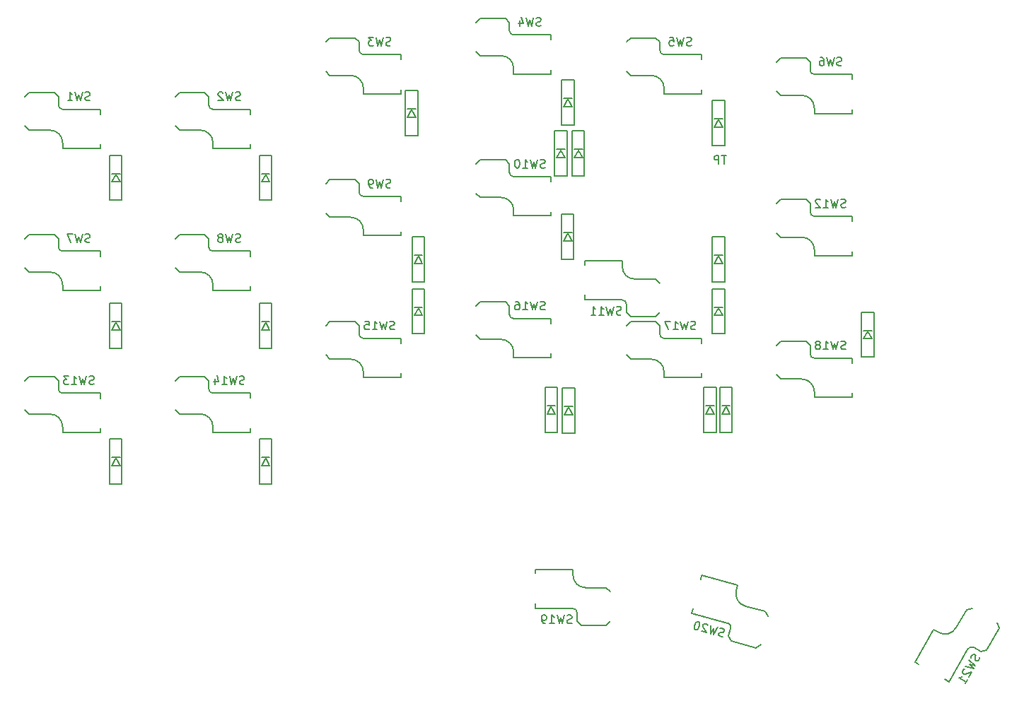
<source format=gbo>
G04 #@! TF.GenerationSoftware,KiCad,Pcbnew,(7.0.0-0)*
G04 #@! TF.CreationDate,2023-04-28T12:14:11+03:00*
G04 #@! TF.ProjectId,chococorne,63686f63-6f63-46f7-926e-652e6b696361,2.1*
G04 #@! TF.SameCoordinates,Original*
G04 #@! TF.FileFunction,Legend,Bot*
G04 #@! TF.FilePolarity,Positive*
%FSLAX46Y46*%
G04 Gerber Fmt 4.6, Leading zero omitted, Abs format (unit mm)*
G04 Created by KiCad (PCBNEW (7.0.0-0)) date 2023-04-28 12:14:11*
%MOMM*%
%LPD*%
G01*
G04 APERTURE LIST*
%ADD10C,0.150000*%
G04 APERTURE END LIST*
D10*
X32278332Y-79809761D02*
X32135475Y-79857380D01*
X32135475Y-79857380D02*
X31897380Y-79857380D01*
X31897380Y-79857380D02*
X31802142Y-79809761D01*
X31802142Y-79809761D02*
X31754523Y-79762142D01*
X31754523Y-79762142D02*
X31706904Y-79666904D01*
X31706904Y-79666904D02*
X31706904Y-79571666D01*
X31706904Y-79571666D02*
X31754523Y-79476428D01*
X31754523Y-79476428D02*
X31802142Y-79428809D01*
X31802142Y-79428809D02*
X31897380Y-79381190D01*
X31897380Y-79381190D02*
X32087856Y-79333571D01*
X32087856Y-79333571D02*
X32183094Y-79285952D01*
X32183094Y-79285952D02*
X32230713Y-79238333D01*
X32230713Y-79238333D02*
X32278332Y-79143095D01*
X32278332Y-79143095D02*
X32278332Y-79047857D01*
X32278332Y-79047857D02*
X32230713Y-78952619D01*
X32230713Y-78952619D02*
X32183094Y-78905000D01*
X32183094Y-78905000D02*
X32087856Y-78857380D01*
X32087856Y-78857380D02*
X31849761Y-78857380D01*
X31849761Y-78857380D02*
X31706904Y-78905000D01*
X31373570Y-78857380D02*
X31135475Y-79857380D01*
X31135475Y-79857380D02*
X30944999Y-79143095D01*
X30944999Y-79143095D02*
X30754523Y-79857380D01*
X30754523Y-79857380D02*
X30516428Y-78857380D01*
X30230713Y-78857380D02*
X29564047Y-78857380D01*
X29564047Y-78857380D02*
X29992618Y-79857380D01*
X108455713Y-69457380D02*
X107884285Y-69457380D01*
X108169999Y-70457380D02*
X108169999Y-69457380D01*
X107550951Y-70457380D02*
X107550951Y-69457380D01*
X107550951Y-69457380D02*
X107169999Y-69457380D01*
X107169999Y-69457380D02*
X107074761Y-69505000D01*
X107074761Y-69505000D02*
X107027142Y-69552619D01*
X107027142Y-69552619D02*
X106979523Y-69647857D01*
X106979523Y-69647857D02*
X106979523Y-69790714D01*
X106979523Y-69790714D02*
X107027142Y-69885952D01*
X107027142Y-69885952D02*
X107074761Y-69933571D01*
X107074761Y-69933571D02*
X107169999Y-69981190D01*
X107169999Y-69981190D02*
X107550951Y-69981190D01*
X122754523Y-75629761D02*
X122611666Y-75677380D01*
X122611666Y-75677380D02*
X122373571Y-75677380D01*
X122373571Y-75677380D02*
X122278333Y-75629761D01*
X122278333Y-75629761D02*
X122230714Y-75582142D01*
X122230714Y-75582142D02*
X122183095Y-75486904D01*
X122183095Y-75486904D02*
X122183095Y-75391666D01*
X122183095Y-75391666D02*
X122230714Y-75296428D01*
X122230714Y-75296428D02*
X122278333Y-75248809D01*
X122278333Y-75248809D02*
X122373571Y-75201190D01*
X122373571Y-75201190D02*
X122564047Y-75153571D01*
X122564047Y-75153571D02*
X122659285Y-75105952D01*
X122659285Y-75105952D02*
X122706904Y-75058333D01*
X122706904Y-75058333D02*
X122754523Y-74963095D01*
X122754523Y-74963095D02*
X122754523Y-74867857D01*
X122754523Y-74867857D02*
X122706904Y-74772619D01*
X122706904Y-74772619D02*
X122659285Y-74725000D01*
X122659285Y-74725000D02*
X122564047Y-74677380D01*
X122564047Y-74677380D02*
X122325952Y-74677380D01*
X122325952Y-74677380D02*
X122183095Y-74725000D01*
X121849761Y-74677380D02*
X121611666Y-75677380D01*
X121611666Y-75677380D02*
X121421190Y-74963095D01*
X121421190Y-74963095D02*
X121230714Y-75677380D01*
X121230714Y-75677380D02*
X120992619Y-74677380D01*
X120087857Y-75677380D02*
X120659285Y-75677380D01*
X120373571Y-75677380D02*
X120373571Y-74677380D01*
X120373571Y-74677380D02*
X120468809Y-74820238D01*
X120468809Y-74820238D02*
X120564047Y-74915476D01*
X120564047Y-74915476D02*
X120659285Y-74963095D01*
X119706904Y-74772619D02*
X119659285Y-74725000D01*
X119659285Y-74725000D02*
X119564047Y-74677380D01*
X119564047Y-74677380D02*
X119325952Y-74677380D01*
X119325952Y-74677380D02*
X119230714Y-74725000D01*
X119230714Y-74725000D02*
X119183095Y-74772619D01*
X119183095Y-74772619D02*
X119135476Y-74867857D01*
X119135476Y-74867857D02*
X119135476Y-74963095D01*
X119135476Y-74963095D02*
X119183095Y-75105952D01*
X119183095Y-75105952D02*
X119754523Y-75677380D01*
X119754523Y-75677380D02*
X119135476Y-75677380D01*
X68278332Y-73249761D02*
X68135475Y-73297380D01*
X68135475Y-73297380D02*
X67897380Y-73297380D01*
X67897380Y-73297380D02*
X67802142Y-73249761D01*
X67802142Y-73249761D02*
X67754523Y-73202142D01*
X67754523Y-73202142D02*
X67706904Y-73106904D01*
X67706904Y-73106904D02*
X67706904Y-73011666D01*
X67706904Y-73011666D02*
X67754523Y-72916428D01*
X67754523Y-72916428D02*
X67802142Y-72868809D01*
X67802142Y-72868809D02*
X67897380Y-72821190D01*
X67897380Y-72821190D02*
X68087856Y-72773571D01*
X68087856Y-72773571D02*
X68183094Y-72725952D01*
X68183094Y-72725952D02*
X68230713Y-72678333D01*
X68230713Y-72678333D02*
X68278332Y-72583095D01*
X68278332Y-72583095D02*
X68278332Y-72487857D01*
X68278332Y-72487857D02*
X68230713Y-72392619D01*
X68230713Y-72392619D02*
X68183094Y-72345000D01*
X68183094Y-72345000D02*
X68087856Y-72297380D01*
X68087856Y-72297380D02*
X67849761Y-72297380D01*
X67849761Y-72297380D02*
X67706904Y-72345000D01*
X67373570Y-72297380D02*
X67135475Y-73297380D01*
X67135475Y-73297380D02*
X66944999Y-72583095D01*
X66944999Y-72583095D02*
X66754523Y-73297380D01*
X66754523Y-73297380D02*
X66516428Y-72297380D01*
X66087856Y-73297380D02*
X65897380Y-73297380D01*
X65897380Y-73297380D02*
X65802142Y-73249761D01*
X65802142Y-73249761D02*
X65754523Y-73202142D01*
X65754523Y-73202142D02*
X65659285Y-73059285D01*
X65659285Y-73059285D02*
X65611666Y-72868809D01*
X65611666Y-72868809D02*
X65611666Y-72487857D01*
X65611666Y-72487857D02*
X65659285Y-72392619D01*
X65659285Y-72392619D02*
X65706904Y-72345000D01*
X65706904Y-72345000D02*
X65802142Y-72297380D01*
X65802142Y-72297380D02*
X65992618Y-72297380D01*
X65992618Y-72297380D02*
X66087856Y-72345000D01*
X66087856Y-72345000D02*
X66135475Y-72392619D01*
X66135475Y-72392619D02*
X66183094Y-72487857D01*
X66183094Y-72487857D02*
X66183094Y-72725952D01*
X66183094Y-72725952D02*
X66135475Y-72821190D01*
X66135475Y-72821190D02*
X66087856Y-72868809D01*
X66087856Y-72868809D02*
X65992618Y-72916428D01*
X65992618Y-72916428D02*
X65802142Y-72916428D01*
X65802142Y-72916428D02*
X65706904Y-72868809D01*
X65706904Y-72868809D02*
X65659285Y-72821190D01*
X65659285Y-72821190D02*
X65611666Y-72725952D01*
X50278332Y-79809761D02*
X50135475Y-79857380D01*
X50135475Y-79857380D02*
X49897380Y-79857380D01*
X49897380Y-79857380D02*
X49802142Y-79809761D01*
X49802142Y-79809761D02*
X49754523Y-79762142D01*
X49754523Y-79762142D02*
X49706904Y-79666904D01*
X49706904Y-79666904D02*
X49706904Y-79571666D01*
X49706904Y-79571666D02*
X49754523Y-79476428D01*
X49754523Y-79476428D02*
X49802142Y-79428809D01*
X49802142Y-79428809D02*
X49897380Y-79381190D01*
X49897380Y-79381190D02*
X50087856Y-79333571D01*
X50087856Y-79333571D02*
X50183094Y-79285952D01*
X50183094Y-79285952D02*
X50230713Y-79238333D01*
X50230713Y-79238333D02*
X50278332Y-79143095D01*
X50278332Y-79143095D02*
X50278332Y-79047857D01*
X50278332Y-79047857D02*
X50230713Y-78952619D01*
X50230713Y-78952619D02*
X50183094Y-78905000D01*
X50183094Y-78905000D02*
X50087856Y-78857380D01*
X50087856Y-78857380D02*
X49849761Y-78857380D01*
X49849761Y-78857380D02*
X49706904Y-78905000D01*
X49373570Y-78857380D02*
X49135475Y-79857380D01*
X49135475Y-79857380D02*
X48944999Y-79143095D01*
X48944999Y-79143095D02*
X48754523Y-79857380D01*
X48754523Y-79857380D02*
X48516428Y-78857380D01*
X47992618Y-79285952D02*
X48087856Y-79238333D01*
X48087856Y-79238333D02*
X48135475Y-79190714D01*
X48135475Y-79190714D02*
X48183094Y-79095476D01*
X48183094Y-79095476D02*
X48183094Y-79047857D01*
X48183094Y-79047857D02*
X48135475Y-78952619D01*
X48135475Y-78952619D02*
X48087856Y-78905000D01*
X48087856Y-78905000D02*
X47992618Y-78857380D01*
X47992618Y-78857380D02*
X47802142Y-78857380D01*
X47802142Y-78857380D02*
X47706904Y-78905000D01*
X47706904Y-78905000D02*
X47659285Y-78952619D01*
X47659285Y-78952619D02*
X47611666Y-79047857D01*
X47611666Y-79047857D02*
X47611666Y-79095476D01*
X47611666Y-79095476D02*
X47659285Y-79190714D01*
X47659285Y-79190714D02*
X47706904Y-79238333D01*
X47706904Y-79238333D02*
X47802142Y-79285952D01*
X47802142Y-79285952D02*
X47992618Y-79285952D01*
X47992618Y-79285952D02*
X48087856Y-79333571D01*
X48087856Y-79333571D02*
X48135475Y-79381190D01*
X48135475Y-79381190D02*
X48183094Y-79476428D01*
X48183094Y-79476428D02*
X48183094Y-79666904D01*
X48183094Y-79666904D02*
X48135475Y-79762142D01*
X48135475Y-79762142D02*
X48087856Y-79809761D01*
X48087856Y-79809761D02*
X47992618Y-79857380D01*
X47992618Y-79857380D02*
X47802142Y-79857380D01*
X47802142Y-79857380D02*
X47706904Y-79809761D01*
X47706904Y-79809761D02*
X47659285Y-79762142D01*
X47659285Y-79762142D02*
X47611666Y-79666904D01*
X47611666Y-79666904D02*
X47611666Y-79476428D01*
X47611666Y-79476428D02*
X47659285Y-79381190D01*
X47659285Y-79381190D02*
X47706904Y-79333571D01*
X47706904Y-79333571D02*
X47802142Y-79285952D01*
X95864523Y-88489761D02*
X95721666Y-88537380D01*
X95721666Y-88537380D02*
X95483571Y-88537380D01*
X95483571Y-88537380D02*
X95388333Y-88489761D01*
X95388333Y-88489761D02*
X95340714Y-88442142D01*
X95340714Y-88442142D02*
X95293095Y-88346904D01*
X95293095Y-88346904D02*
X95293095Y-88251666D01*
X95293095Y-88251666D02*
X95340714Y-88156428D01*
X95340714Y-88156428D02*
X95388333Y-88108809D01*
X95388333Y-88108809D02*
X95483571Y-88061190D01*
X95483571Y-88061190D02*
X95674047Y-88013571D01*
X95674047Y-88013571D02*
X95769285Y-87965952D01*
X95769285Y-87965952D02*
X95816904Y-87918333D01*
X95816904Y-87918333D02*
X95864523Y-87823095D01*
X95864523Y-87823095D02*
X95864523Y-87727857D01*
X95864523Y-87727857D02*
X95816904Y-87632619D01*
X95816904Y-87632619D02*
X95769285Y-87585000D01*
X95769285Y-87585000D02*
X95674047Y-87537380D01*
X95674047Y-87537380D02*
X95435952Y-87537380D01*
X95435952Y-87537380D02*
X95293095Y-87585000D01*
X94959761Y-87537380D02*
X94721666Y-88537380D01*
X94721666Y-88537380D02*
X94531190Y-87823095D01*
X94531190Y-87823095D02*
X94340714Y-88537380D01*
X94340714Y-88537380D02*
X94102619Y-87537380D01*
X93197857Y-88537380D02*
X93769285Y-88537380D01*
X93483571Y-88537380D02*
X93483571Y-87537380D01*
X93483571Y-87537380D02*
X93578809Y-87680238D01*
X93578809Y-87680238D02*
X93674047Y-87775476D01*
X93674047Y-87775476D02*
X93769285Y-87823095D01*
X92245476Y-88537380D02*
X92816904Y-88537380D01*
X92531190Y-88537380D02*
X92531190Y-87537380D01*
X92531190Y-87537380D02*
X92626428Y-87680238D01*
X92626428Y-87680238D02*
X92721666Y-87775476D01*
X92721666Y-87775476D02*
X92816904Y-87823095D01*
X108049364Y-127097109D02*
X107899050Y-127106131D01*
X107899050Y-127106131D02*
X107669067Y-127044508D01*
X107669067Y-127044508D02*
X107589399Y-126973862D01*
X107589399Y-126973862D02*
X107555727Y-126915541D01*
X107555727Y-126915541D02*
X107534380Y-126811223D01*
X107534380Y-126811223D02*
X107559030Y-126719230D01*
X107559030Y-126719230D02*
X107629676Y-126639562D01*
X107629676Y-126639562D02*
X107687997Y-126605890D01*
X107687997Y-126605890D02*
X107792315Y-126584543D01*
X107792315Y-126584543D02*
X107988625Y-126587845D01*
X107988625Y-126587845D02*
X108092943Y-126566498D01*
X108092943Y-126566498D02*
X108151264Y-126532827D01*
X108151264Y-126532827D02*
X108221910Y-126453158D01*
X108221910Y-126453158D02*
X108246559Y-126361166D01*
X108246559Y-126361166D02*
X108225212Y-126256848D01*
X108225212Y-126256848D02*
X108191540Y-126198527D01*
X108191540Y-126198527D02*
X108111872Y-126127881D01*
X108111872Y-126127881D02*
X107881890Y-126066257D01*
X107881890Y-126066257D02*
X107731576Y-126075280D01*
X107421925Y-125943010D02*
X106933124Y-126847312D01*
X106933124Y-126847312D02*
X106934009Y-126108066D01*
X106934009Y-126108066D02*
X106565152Y-126748715D01*
X106565152Y-126748715D02*
X106593989Y-125721165D01*
X106247364Y-125726885D02*
X106213692Y-125668564D01*
X106213692Y-125668564D02*
X106134024Y-125597918D01*
X106134024Y-125597918D02*
X105904042Y-125536294D01*
X105904042Y-125536294D02*
X105799724Y-125557641D01*
X105799724Y-125557641D02*
X105741403Y-125591313D01*
X105741403Y-125591313D02*
X105670757Y-125670981D01*
X105670757Y-125670981D02*
X105646108Y-125762974D01*
X105646108Y-125762974D02*
X105655130Y-125913288D01*
X105655130Y-125913288D02*
X106059191Y-126613143D01*
X106059191Y-126613143D02*
X105461237Y-126452921D01*
X105122102Y-125326774D02*
X105030109Y-125302125D01*
X105030109Y-125302125D02*
X104925791Y-125323472D01*
X104925791Y-125323472D02*
X104867470Y-125357144D01*
X104867470Y-125357144D02*
X104796824Y-125436812D01*
X104796824Y-125436812D02*
X104701529Y-125608473D01*
X104701529Y-125608473D02*
X104639905Y-125838455D01*
X104639905Y-125838455D02*
X104636603Y-126034766D01*
X104636603Y-126034766D02*
X104657950Y-126139084D01*
X104657950Y-126139084D02*
X104691622Y-126197405D01*
X104691622Y-126197405D02*
X104771290Y-126268051D01*
X104771290Y-126268051D02*
X104863283Y-126292700D01*
X104863283Y-126292700D02*
X104967601Y-126271353D01*
X104967601Y-126271353D02*
X105025922Y-126237681D01*
X105025922Y-126237681D02*
X105096568Y-126158013D01*
X105096568Y-126158013D02*
X105191863Y-125986352D01*
X105191863Y-125986352D02*
X105253487Y-125756370D01*
X105253487Y-125756370D02*
X105256789Y-125560059D01*
X105256789Y-125560059D02*
X105235442Y-125455741D01*
X105235442Y-125455741D02*
X105201770Y-125397420D01*
X105201770Y-125397420D02*
X105122102Y-125326774D01*
X32754523Y-96829761D02*
X32611666Y-96877380D01*
X32611666Y-96877380D02*
X32373571Y-96877380D01*
X32373571Y-96877380D02*
X32278333Y-96829761D01*
X32278333Y-96829761D02*
X32230714Y-96782142D01*
X32230714Y-96782142D02*
X32183095Y-96686904D01*
X32183095Y-96686904D02*
X32183095Y-96591666D01*
X32183095Y-96591666D02*
X32230714Y-96496428D01*
X32230714Y-96496428D02*
X32278333Y-96448809D01*
X32278333Y-96448809D02*
X32373571Y-96401190D01*
X32373571Y-96401190D02*
X32564047Y-96353571D01*
X32564047Y-96353571D02*
X32659285Y-96305952D01*
X32659285Y-96305952D02*
X32706904Y-96258333D01*
X32706904Y-96258333D02*
X32754523Y-96163095D01*
X32754523Y-96163095D02*
X32754523Y-96067857D01*
X32754523Y-96067857D02*
X32706904Y-95972619D01*
X32706904Y-95972619D02*
X32659285Y-95925000D01*
X32659285Y-95925000D02*
X32564047Y-95877380D01*
X32564047Y-95877380D02*
X32325952Y-95877380D01*
X32325952Y-95877380D02*
X32183095Y-95925000D01*
X31849761Y-95877380D02*
X31611666Y-96877380D01*
X31611666Y-96877380D02*
X31421190Y-96163095D01*
X31421190Y-96163095D02*
X31230714Y-96877380D01*
X31230714Y-96877380D02*
X30992619Y-95877380D01*
X30087857Y-96877380D02*
X30659285Y-96877380D01*
X30373571Y-96877380D02*
X30373571Y-95877380D01*
X30373571Y-95877380D02*
X30468809Y-96020238D01*
X30468809Y-96020238D02*
X30564047Y-96115476D01*
X30564047Y-96115476D02*
X30659285Y-96163095D01*
X29754523Y-95877380D02*
X29135476Y-95877380D01*
X29135476Y-95877380D02*
X29468809Y-96258333D01*
X29468809Y-96258333D02*
X29325952Y-96258333D01*
X29325952Y-96258333D02*
X29230714Y-96305952D01*
X29230714Y-96305952D02*
X29183095Y-96353571D01*
X29183095Y-96353571D02*
X29135476Y-96448809D01*
X29135476Y-96448809D02*
X29135476Y-96686904D01*
X29135476Y-96686904D02*
X29183095Y-96782142D01*
X29183095Y-96782142D02*
X29230714Y-96829761D01*
X29230714Y-96829761D02*
X29325952Y-96877380D01*
X29325952Y-96877380D02*
X29611666Y-96877380D01*
X29611666Y-96877380D02*
X29706904Y-96829761D01*
X29706904Y-96829761D02*
X29754523Y-96782142D01*
X50278332Y-62809761D02*
X50135475Y-62857380D01*
X50135475Y-62857380D02*
X49897380Y-62857380D01*
X49897380Y-62857380D02*
X49802142Y-62809761D01*
X49802142Y-62809761D02*
X49754523Y-62762142D01*
X49754523Y-62762142D02*
X49706904Y-62666904D01*
X49706904Y-62666904D02*
X49706904Y-62571666D01*
X49706904Y-62571666D02*
X49754523Y-62476428D01*
X49754523Y-62476428D02*
X49802142Y-62428809D01*
X49802142Y-62428809D02*
X49897380Y-62381190D01*
X49897380Y-62381190D02*
X50087856Y-62333571D01*
X50087856Y-62333571D02*
X50183094Y-62285952D01*
X50183094Y-62285952D02*
X50230713Y-62238333D01*
X50230713Y-62238333D02*
X50278332Y-62143095D01*
X50278332Y-62143095D02*
X50278332Y-62047857D01*
X50278332Y-62047857D02*
X50230713Y-61952619D01*
X50230713Y-61952619D02*
X50183094Y-61905000D01*
X50183094Y-61905000D02*
X50087856Y-61857380D01*
X50087856Y-61857380D02*
X49849761Y-61857380D01*
X49849761Y-61857380D02*
X49706904Y-61905000D01*
X49373570Y-61857380D02*
X49135475Y-62857380D01*
X49135475Y-62857380D02*
X48944999Y-62143095D01*
X48944999Y-62143095D02*
X48754523Y-62857380D01*
X48754523Y-62857380D02*
X48516428Y-61857380D01*
X48183094Y-61952619D02*
X48135475Y-61905000D01*
X48135475Y-61905000D02*
X48040237Y-61857380D01*
X48040237Y-61857380D02*
X47802142Y-61857380D01*
X47802142Y-61857380D02*
X47706904Y-61905000D01*
X47706904Y-61905000D02*
X47659285Y-61952619D01*
X47659285Y-61952619D02*
X47611666Y-62047857D01*
X47611666Y-62047857D02*
X47611666Y-62143095D01*
X47611666Y-62143095D02*
X47659285Y-62285952D01*
X47659285Y-62285952D02*
X48230713Y-62857380D01*
X48230713Y-62857380D02*
X47611666Y-62857380D01*
X86278332Y-53889761D02*
X86135475Y-53937380D01*
X86135475Y-53937380D02*
X85897380Y-53937380D01*
X85897380Y-53937380D02*
X85802142Y-53889761D01*
X85802142Y-53889761D02*
X85754523Y-53842142D01*
X85754523Y-53842142D02*
X85706904Y-53746904D01*
X85706904Y-53746904D02*
X85706904Y-53651666D01*
X85706904Y-53651666D02*
X85754523Y-53556428D01*
X85754523Y-53556428D02*
X85802142Y-53508809D01*
X85802142Y-53508809D02*
X85897380Y-53461190D01*
X85897380Y-53461190D02*
X86087856Y-53413571D01*
X86087856Y-53413571D02*
X86183094Y-53365952D01*
X86183094Y-53365952D02*
X86230713Y-53318333D01*
X86230713Y-53318333D02*
X86278332Y-53223095D01*
X86278332Y-53223095D02*
X86278332Y-53127857D01*
X86278332Y-53127857D02*
X86230713Y-53032619D01*
X86230713Y-53032619D02*
X86183094Y-52985000D01*
X86183094Y-52985000D02*
X86087856Y-52937380D01*
X86087856Y-52937380D02*
X85849761Y-52937380D01*
X85849761Y-52937380D02*
X85706904Y-52985000D01*
X85373570Y-52937380D02*
X85135475Y-53937380D01*
X85135475Y-53937380D02*
X84944999Y-53223095D01*
X84944999Y-53223095D02*
X84754523Y-53937380D01*
X84754523Y-53937380D02*
X84516428Y-52937380D01*
X83706904Y-53270714D02*
X83706904Y-53937380D01*
X83944999Y-52889761D02*
X84183094Y-53604047D01*
X84183094Y-53604047D02*
X83564047Y-53604047D01*
X68278332Y-56249761D02*
X68135475Y-56297380D01*
X68135475Y-56297380D02*
X67897380Y-56297380D01*
X67897380Y-56297380D02*
X67802142Y-56249761D01*
X67802142Y-56249761D02*
X67754523Y-56202142D01*
X67754523Y-56202142D02*
X67706904Y-56106904D01*
X67706904Y-56106904D02*
X67706904Y-56011666D01*
X67706904Y-56011666D02*
X67754523Y-55916428D01*
X67754523Y-55916428D02*
X67802142Y-55868809D01*
X67802142Y-55868809D02*
X67897380Y-55821190D01*
X67897380Y-55821190D02*
X68087856Y-55773571D01*
X68087856Y-55773571D02*
X68183094Y-55725952D01*
X68183094Y-55725952D02*
X68230713Y-55678333D01*
X68230713Y-55678333D02*
X68278332Y-55583095D01*
X68278332Y-55583095D02*
X68278332Y-55487857D01*
X68278332Y-55487857D02*
X68230713Y-55392619D01*
X68230713Y-55392619D02*
X68183094Y-55345000D01*
X68183094Y-55345000D02*
X68087856Y-55297380D01*
X68087856Y-55297380D02*
X67849761Y-55297380D01*
X67849761Y-55297380D02*
X67706904Y-55345000D01*
X67373570Y-55297380D02*
X67135475Y-56297380D01*
X67135475Y-56297380D02*
X66944999Y-55583095D01*
X66944999Y-55583095D02*
X66754523Y-56297380D01*
X66754523Y-56297380D02*
X66516428Y-55297380D01*
X66230713Y-55297380D02*
X65611666Y-55297380D01*
X65611666Y-55297380D02*
X65944999Y-55678333D01*
X65944999Y-55678333D02*
X65802142Y-55678333D01*
X65802142Y-55678333D02*
X65706904Y-55725952D01*
X65706904Y-55725952D02*
X65659285Y-55773571D01*
X65659285Y-55773571D02*
X65611666Y-55868809D01*
X65611666Y-55868809D02*
X65611666Y-56106904D01*
X65611666Y-56106904D02*
X65659285Y-56202142D01*
X65659285Y-56202142D02*
X65706904Y-56249761D01*
X65706904Y-56249761D02*
X65802142Y-56297380D01*
X65802142Y-56297380D02*
X66087856Y-56297380D01*
X66087856Y-56297380D02*
X66183094Y-56249761D01*
X66183094Y-56249761D02*
X66230713Y-56202142D01*
X122278332Y-58629761D02*
X122135475Y-58677380D01*
X122135475Y-58677380D02*
X121897380Y-58677380D01*
X121897380Y-58677380D02*
X121802142Y-58629761D01*
X121802142Y-58629761D02*
X121754523Y-58582142D01*
X121754523Y-58582142D02*
X121706904Y-58486904D01*
X121706904Y-58486904D02*
X121706904Y-58391666D01*
X121706904Y-58391666D02*
X121754523Y-58296428D01*
X121754523Y-58296428D02*
X121802142Y-58248809D01*
X121802142Y-58248809D02*
X121897380Y-58201190D01*
X121897380Y-58201190D02*
X122087856Y-58153571D01*
X122087856Y-58153571D02*
X122183094Y-58105952D01*
X122183094Y-58105952D02*
X122230713Y-58058333D01*
X122230713Y-58058333D02*
X122278332Y-57963095D01*
X122278332Y-57963095D02*
X122278332Y-57867857D01*
X122278332Y-57867857D02*
X122230713Y-57772619D01*
X122230713Y-57772619D02*
X122183094Y-57725000D01*
X122183094Y-57725000D02*
X122087856Y-57677380D01*
X122087856Y-57677380D02*
X121849761Y-57677380D01*
X121849761Y-57677380D02*
X121706904Y-57725000D01*
X121373570Y-57677380D02*
X121135475Y-58677380D01*
X121135475Y-58677380D02*
X120944999Y-57963095D01*
X120944999Y-57963095D02*
X120754523Y-58677380D01*
X120754523Y-58677380D02*
X120516428Y-57677380D01*
X119706904Y-57677380D02*
X119897380Y-57677380D01*
X119897380Y-57677380D02*
X119992618Y-57725000D01*
X119992618Y-57725000D02*
X120040237Y-57772619D01*
X120040237Y-57772619D02*
X120135475Y-57915476D01*
X120135475Y-57915476D02*
X120183094Y-58105952D01*
X120183094Y-58105952D02*
X120183094Y-58486904D01*
X120183094Y-58486904D02*
X120135475Y-58582142D01*
X120135475Y-58582142D02*
X120087856Y-58629761D01*
X120087856Y-58629761D02*
X119992618Y-58677380D01*
X119992618Y-58677380D02*
X119802142Y-58677380D01*
X119802142Y-58677380D02*
X119706904Y-58629761D01*
X119706904Y-58629761D02*
X119659285Y-58582142D01*
X119659285Y-58582142D02*
X119611666Y-58486904D01*
X119611666Y-58486904D02*
X119611666Y-58248809D01*
X119611666Y-58248809D02*
X119659285Y-58153571D01*
X119659285Y-58153571D02*
X119706904Y-58105952D01*
X119706904Y-58105952D02*
X119802142Y-58058333D01*
X119802142Y-58058333D02*
X119992618Y-58058333D01*
X119992618Y-58058333D02*
X120087856Y-58105952D01*
X120087856Y-58105952D02*
X120135475Y-58153571D01*
X120135475Y-58153571D02*
X120183094Y-58248809D01*
X104278332Y-56249761D02*
X104135475Y-56297380D01*
X104135475Y-56297380D02*
X103897380Y-56297380D01*
X103897380Y-56297380D02*
X103802142Y-56249761D01*
X103802142Y-56249761D02*
X103754523Y-56202142D01*
X103754523Y-56202142D02*
X103706904Y-56106904D01*
X103706904Y-56106904D02*
X103706904Y-56011666D01*
X103706904Y-56011666D02*
X103754523Y-55916428D01*
X103754523Y-55916428D02*
X103802142Y-55868809D01*
X103802142Y-55868809D02*
X103897380Y-55821190D01*
X103897380Y-55821190D02*
X104087856Y-55773571D01*
X104087856Y-55773571D02*
X104183094Y-55725952D01*
X104183094Y-55725952D02*
X104230713Y-55678333D01*
X104230713Y-55678333D02*
X104278332Y-55583095D01*
X104278332Y-55583095D02*
X104278332Y-55487857D01*
X104278332Y-55487857D02*
X104230713Y-55392619D01*
X104230713Y-55392619D02*
X104183094Y-55345000D01*
X104183094Y-55345000D02*
X104087856Y-55297380D01*
X104087856Y-55297380D02*
X103849761Y-55297380D01*
X103849761Y-55297380D02*
X103706904Y-55345000D01*
X103373570Y-55297380D02*
X103135475Y-56297380D01*
X103135475Y-56297380D02*
X102944999Y-55583095D01*
X102944999Y-55583095D02*
X102754523Y-56297380D01*
X102754523Y-56297380D02*
X102516428Y-55297380D01*
X101659285Y-55297380D02*
X102135475Y-55297380D01*
X102135475Y-55297380D02*
X102183094Y-55773571D01*
X102183094Y-55773571D02*
X102135475Y-55725952D01*
X102135475Y-55725952D02*
X102040237Y-55678333D01*
X102040237Y-55678333D02*
X101802142Y-55678333D01*
X101802142Y-55678333D02*
X101706904Y-55725952D01*
X101706904Y-55725952D02*
X101659285Y-55773571D01*
X101659285Y-55773571D02*
X101611666Y-55868809D01*
X101611666Y-55868809D02*
X101611666Y-56106904D01*
X101611666Y-56106904D02*
X101659285Y-56202142D01*
X101659285Y-56202142D02*
X101706904Y-56249761D01*
X101706904Y-56249761D02*
X101802142Y-56297380D01*
X101802142Y-56297380D02*
X102040237Y-56297380D01*
X102040237Y-56297380D02*
X102135475Y-56249761D01*
X102135475Y-56249761D02*
X102183094Y-56202142D01*
X86754523Y-87879761D02*
X86611666Y-87927380D01*
X86611666Y-87927380D02*
X86373571Y-87927380D01*
X86373571Y-87927380D02*
X86278333Y-87879761D01*
X86278333Y-87879761D02*
X86230714Y-87832142D01*
X86230714Y-87832142D02*
X86183095Y-87736904D01*
X86183095Y-87736904D02*
X86183095Y-87641666D01*
X86183095Y-87641666D02*
X86230714Y-87546428D01*
X86230714Y-87546428D02*
X86278333Y-87498809D01*
X86278333Y-87498809D02*
X86373571Y-87451190D01*
X86373571Y-87451190D02*
X86564047Y-87403571D01*
X86564047Y-87403571D02*
X86659285Y-87355952D01*
X86659285Y-87355952D02*
X86706904Y-87308333D01*
X86706904Y-87308333D02*
X86754523Y-87213095D01*
X86754523Y-87213095D02*
X86754523Y-87117857D01*
X86754523Y-87117857D02*
X86706904Y-87022619D01*
X86706904Y-87022619D02*
X86659285Y-86975000D01*
X86659285Y-86975000D02*
X86564047Y-86927380D01*
X86564047Y-86927380D02*
X86325952Y-86927380D01*
X86325952Y-86927380D02*
X86183095Y-86975000D01*
X85849761Y-86927380D02*
X85611666Y-87927380D01*
X85611666Y-87927380D02*
X85421190Y-87213095D01*
X85421190Y-87213095D02*
X85230714Y-87927380D01*
X85230714Y-87927380D02*
X84992619Y-86927380D01*
X84087857Y-87927380D02*
X84659285Y-87927380D01*
X84373571Y-87927380D02*
X84373571Y-86927380D01*
X84373571Y-86927380D02*
X84468809Y-87070238D01*
X84468809Y-87070238D02*
X84564047Y-87165476D01*
X84564047Y-87165476D02*
X84659285Y-87213095D01*
X83230714Y-86927380D02*
X83421190Y-86927380D01*
X83421190Y-86927380D02*
X83516428Y-86975000D01*
X83516428Y-86975000D02*
X83564047Y-87022619D01*
X83564047Y-87022619D02*
X83659285Y-87165476D01*
X83659285Y-87165476D02*
X83706904Y-87355952D01*
X83706904Y-87355952D02*
X83706904Y-87736904D01*
X83706904Y-87736904D02*
X83659285Y-87832142D01*
X83659285Y-87832142D02*
X83611666Y-87879761D01*
X83611666Y-87879761D02*
X83516428Y-87927380D01*
X83516428Y-87927380D02*
X83325952Y-87927380D01*
X83325952Y-87927380D02*
X83230714Y-87879761D01*
X83230714Y-87879761D02*
X83183095Y-87832142D01*
X83183095Y-87832142D02*
X83135476Y-87736904D01*
X83135476Y-87736904D02*
X83135476Y-87498809D01*
X83135476Y-87498809D02*
X83183095Y-87403571D01*
X83183095Y-87403571D02*
X83230714Y-87355952D01*
X83230714Y-87355952D02*
X83325952Y-87308333D01*
X83325952Y-87308333D02*
X83516428Y-87308333D01*
X83516428Y-87308333D02*
X83611666Y-87355952D01*
X83611666Y-87355952D02*
X83659285Y-87403571D01*
X83659285Y-87403571D02*
X83706904Y-87498809D01*
X86754523Y-70879761D02*
X86611666Y-70927380D01*
X86611666Y-70927380D02*
X86373571Y-70927380D01*
X86373571Y-70927380D02*
X86278333Y-70879761D01*
X86278333Y-70879761D02*
X86230714Y-70832142D01*
X86230714Y-70832142D02*
X86183095Y-70736904D01*
X86183095Y-70736904D02*
X86183095Y-70641666D01*
X86183095Y-70641666D02*
X86230714Y-70546428D01*
X86230714Y-70546428D02*
X86278333Y-70498809D01*
X86278333Y-70498809D02*
X86373571Y-70451190D01*
X86373571Y-70451190D02*
X86564047Y-70403571D01*
X86564047Y-70403571D02*
X86659285Y-70355952D01*
X86659285Y-70355952D02*
X86706904Y-70308333D01*
X86706904Y-70308333D02*
X86754523Y-70213095D01*
X86754523Y-70213095D02*
X86754523Y-70117857D01*
X86754523Y-70117857D02*
X86706904Y-70022619D01*
X86706904Y-70022619D02*
X86659285Y-69975000D01*
X86659285Y-69975000D02*
X86564047Y-69927380D01*
X86564047Y-69927380D02*
X86325952Y-69927380D01*
X86325952Y-69927380D02*
X86183095Y-69975000D01*
X85849761Y-69927380D02*
X85611666Y-70927380D01*
X85611666Y-70927380D02*
X85421190Y-70213095D01*
X85421190Y-70213095D02*
X85230714Y-70927380D01*
X85230714Y-70927380D02*
X84992619Y-69927380D01*
X84087857Y-70927380D02*
X84659285Y-70927380D01*
X84373571Y-70927380D02*
X84373571Y-69927380D01*
X84373571Y-69927380D02*
X84468809Y-70070238D01*
X84468809Y-70070238D02*
X84564047Y-70165476D01*
X84564047Y-70165476D02*
X84659285Y-70213095D01*
X83468809Y-69927380D02*
X83373571Y-69927380D01*
X83373571Y-69927380D02*
X83278333Y-69975000D01*
X83278333Y-69975000D02*
X83230714Y-70022619D01*
X83230714Y-70022619D02*
X83183095Y-70117857D01*
X83183095Y-70117857D02*
X83135476Y-70308333D01*
X83135476Y-70308333D02*
X83135476Y-70546428D01*
X83135476Y-70546428D02*
X83183095Y-70736904D01*
X83183095Y-70736904D02*
X83230714Y-70832142D01*
X83230714Y-70832142D02*
X83278333Y-70879761D01*
X83278333Y-70879761D02*
X83373571Y-70927380D01*
X83373571Y-70927380D02*
X83468809Y-70927380D01*
X83468809Y-70927380D02*
X83564047Y-70879761D01*
X83564047Y-70879761D02*
X83611666Y-70832142D01*
X83611666Y-70832142D02*
X83659285Y-70736904D01*
X83659285Y-70736904D02*
X83706904Y-70546428D01*
X83706904Y-70546428D02*
X83706904Y-70308333D01*
X83706904Y-70308333D02*
X83659285Y-70117857D01*
X83659285Y-70117857D02*
X83611666Y-70022619D01*
X83611666Y-70022619D02*
X83564047Y-69975000D01*
X83564047Y-69975000D02*
X83468809Y-69927380D01*
X68754523Y-90254761D02*
X68611666Y-90302380D01*
X68611666Y-90302380D02*
X68373571Y-90302380D01*
X68373571Y-90302380D02*
X68278333Y-90254761D01*
X68278333Y-90254761D02*
X68230714Y-90207142D01*
X68230714Y-90207142D02*
X68183095Y-90111904D01*
X68183095Y-90111904D02*
X68183095Y-90016666D01*
X68183095Y-90016666D02*
X68230714Y-89921428D01*
X68230714Y-89921428D02*
X68278333Y-89873809D01*
X68278333Y-89873809D02*
X68373571Y-89826190D01*
X68373571Y-89826190D02*
X68564047Y-89778571D01*
X68564047Y-89778571D02*
X68659285Y-89730952D01*
X68659285Y-89730952D02*
X68706904Y-89683333D01*
X68706904Y-89683333D02*
X68754523Y-89588095D01*
X68754523Y-89588095D02*
X68754523Y-89492857D01*
X68754523Y-89492857D02*
X68706904Y-89397619D01*
X68706904Y-89397619D02*
X68659285Y-89350000D01*
X68659285Y-89350000D02*
X68564047Y-89302380D01*
X68564047Y-89302380D02*
X68325952Y-89302380D01*
X68325952Y-89302380D02*
X68183095Y-89350000D01*
X67849761Y-89302380D02*
X67611666Y-90302380D01*
X67611666Y-90302380D02*
X67421190Y-89588095D01*
X67421190Y-89588095D02*
X67230714Y-90302380D01*
X67230714Y-90302380D02*
X66992619Y-89302380D01*
X66087857Y-90302380D02*
X66659285Y-90302380D01*
X66373571Y-90302380D02*
X66373571Y-89302380D01*
X66373571Y-89302380D02*
X66468809Y-89445238D01*
X66468809Y-89445238D02*
X66564047Y-89540476D01*
X66564047Y-89540476D02*
X66659285Y-89588095D01*
X65183095Y-89302380D02*
X65659285Y-89302380D01*
X65659285Y-89302380D02*
X65706904Y-89778571D01*
X65706904Y-89778571D02*
X65659285Y-89730952D01*
X65659285Y-89730952D02*
X65564047Y-89683333D01*
X65564047Y-89683333D02*
X65325952Y-89683333D01*
X65325952Y-89683333D02*
X65230714Y-89730952D01*
X65230714Y-89730952D02*
X65183095Y-89778571D01*
X65183095Y-89778571D02*
X65135476Y-89873809D01*
X65135476Y-89873809D02*
X65135476Y-90111904D01*
X65135476Y-90111904D02*
X65183095Y-90207142D01*
X65183095Y-90207142D02*
X65230714Y-90254761D01*
X65230714Y-90254761D02*
X65325952Y-90302380D01*
X65325952Y-90302380D02*
X65564047Y-90302380D01*
X65564047Y-90302380D02*
X65659285Y-90254761D01*
X65659285Y-90254761D02*
X65706904Y-90207142D01*
X32278332Y-62809761D02*
X32135475Y-62857380D01*
X32135475Y-62857380D02*
X31897380Y-62857380D01*
X31897380Y-62857380D02*
X31802142Y-62809761D01*
X31802142Y-62809761D02*
X31754523Y-62762142D01*
X31754523Y-62762142D02*
X31706904Y-62666904D01*
X31706904Y-62666904D02*
X31706904Y-62571666D01*
X31706904Y-62571666D02*
X31754523Y-62476428D01*
X31754523Y-62476428D02*
X31802142Y-62428809D01*
X31802142Y-62428809D02*
X31897380Y-62381190D01*
X31897380Y-62381190D02*
X32087856Y-62333571D01*
X32087856Y-62333571D02*
X32183094Y-62285952D01*
X32183094Y-62285952D02*
X32230713Y-62238333D01*
X32230713Y-62238333D02*
X32278332Y-62143095D01*
X32278332Y-62143095D02*
X32278332Y-62047857D01*
X32278332Y-62047857D02*
X32230713Y-61952619D01*
X32230713Y-61952619D02*
X32183094Y-61905000D01*
X32183094Y-61905000D02*
X32087856Y-61857380D01*
X32087856Y-61857380D02*
X31849761Y-61857380D01*
X31849761Y-61857380D02*
X31706904Y-61905000D01*
X31373570Y-61857380D02*
X31135475Y-62857380D01*
X31135475Y-62857380D02*
X30944999Y-62143095D01*
X30944999Y-62143095D02*
X30754523Y-62857380D01*
X30754523Y-62857380D02*
X30516428Y-61857380D01*
X29611666Y-62857380D02*
X30183094Y-62857380D01*
X29897380Y-62857380D02*
X29897380Y-61857380D01*
X29897380Y-61857380D02*
X29992618Y-62000238D01*
X29992618Y-62000238D02*
X30087856Y-62095476D01*
X30087856Y-62095476D02*
X30183094Y-62143095D01*
X89964523Y-125459761D02*
X89821666Y-125507380D01*
X89821666Y-125507380D02*
X89583571Y-125507380D01*
X89583571Y-125507380D02*
X89488333Y-125459761D01*
X89488333Y-125459761D02*
X89440714Y-125412142D01*
X89440714Y-125412142D02*
X89393095Y-125316904D01*
X89393095Y-125316904D02*
X89393095Y-125221666D01*
X89393095Y-125221666D02*
X89440714Y-125126428D01*
X89440714Y-125126428D02*
X89488333Y-125078809D01*
X89488333Y-125078809D02*
X89583571Y-125031190D01*
X89583571Y-125031190D02*
X89774047Y-124983571D01*
X89774047Y-124983571D02*
X89869285Y-124935952D01*
X89869285Y-124935952D02*
X89916904Y-124888333D01*
X89916904Y-124888333D02*
X89964523Y-124793095D01*
X89964523Y-124793095D02*
X89964523Y-124697857D01*
X89964523Y-124697857D02*
X89916904Y-124602619D01*
X89916904Y-124602619D02*
X89869285Y-124555000D01*
X89869285Y-124555000D02*
X89774047Y-124507380D01*
X89774047Y-124507380D02*
X89535952Y-124507380D01*
X89535952Y-124507380D02*
X89393095Y-124555000D01*
X89059761Y-124507380D02*
X88821666Y-125507380D01*
X88821666Y-125507380D02*
X88631190Y-124793095D01*
X88631190Y-124793095D02*
X88440714Y-125507380D01*
X88440714Y-125507380D02*
X88202619Y-124507380D01*
X87297857Y-125507380D02*
X87869285Y-125507380D01*
X87583571Y-125507380D02*
X87583571Y-124507380D01*
X87583571Y-124507380D02*
X87678809Y-124650238D01*
X87678809Y-124650238D02*
X87774047Y-124745476D01*
X87774047Y-124745476D02*
X87869285Y-124793095D01*
X86821666Y-125507380D02*
X86631190Y-125507380D01*
X86631190Y-125507380D02*
X86535952Y-125459761D01*
X86535952Y-125459761D02*
X86488333Y-125412142D01*
X86488333Y-125412142D02*
X86393095Y-125269285D01*
X86393095Y-125269285D02*
X86345476Y-125078809D01*
X86345476Y-125078809D02*
X86345476Y-124697857D01*
X86345476Y-124697857D02*
X86393095Y-124602619D01*
X86393095Y-124602619D02*
X86440714Y-124555000D01*
X86440714Y-124555000D02*
X86535952Y-124507380D01*
X86535952Y-124507380D02*
X86726428Y-124507380D01*
X86726428Y-124507380D02*
X86821666Y-124555000D01*
X86821666Y-124555000D02*
X86869285Y-124602619D01*
X86869285Y-124602619D02*
X86916904Y-124697857D01*
X86916904Y-124697857D02*
X86916904Y-124935952D01*
X86916904Y-124935952D02*
X86869285Y-125031190D01*
X86869285Y-125031190D02*
X86821666Y-125078809D01*
X86821666Y-125078809D02*
X86726428Y-125126428D01*
X86726428Y-125126428D02*
X86535952Y-125126428D01*
X86535952Y-125126428D02*
X86440714Y-125078809D01*
X86440714Y-125078809D02*
X86393095Y-125031190D01*
X86393095Y-125031190D02*
X86345476Y-124935952D01*
X50754523Y-96814761D02*
X50611666Y-96862380D01*
X50611666Y-96862380D02*
X50373571Y-96862380D01*
X50373571Y-96862380D02*
X50278333Y-96814761D01*
X50278333Y-96814761D02*
X50230714Y-96767142D01*
X50230714Y-96767142D02*
X50183095Y-96671904D01*
X50183095Y-96671904D02*
X50183095Y-96576666D01*
X50183095Y-96576666D02*
X50230714Y-96481428D01*
X50230714Y-96481428D02*
X50278333Y-96433809D01*
X50278333Y-96433809D02*
X50373571Y-96386190D01*
X50373571Y-96386190D02*
X50564047Y-96338571D01*
X50564047Y-96338571D02*
X50659285Y-96290952D01*
X50659285Y-96290952D02*
X50706904Y-96243333D01*
X50706904Y-96243333D02*
X50754523Y-96148095D01*
X50754523Y-96148095D02*
X50754523Y-96052857D01*
X50754523Y-96052857D02*
X50706904Y-95957619D01*
X50706904Y-95957619D02*
X50659285Y-95910000D01*
X50659285Y-95910000D02*
X50564047Y-95862380D01*
X50564047Y-95862380D02*
X50325952Y-95862380D01*
X50325952Y-95862380D02*
X50183095Y-95910000D01*
X49849761Y-95862380D02*
X49611666Y-96862380D01*
X49611666Y-96862380D02*
X49421190Y-96148095D01*
X49421190Y-96148095D02*
X49230714Y-96862380D01*
X49230714Y-96862380D02*
X48992619Y-95862380D01*
X48087857Y-96862380D02*
X48659285Y-96862380D01*
X48373571Y-96862380D02*
X48373571Y-95862380D01*
X48373571Y-95862380D02*
X48468809Y-96005238D01*
X48468809Y-96005238D02*
X48564047Y-96100476D01*
X48564047Y-96100476D02*
X48659285Y-96148095D01*
X47230714Y-96195714D02*
X47230714Y-96862380D01*
X47468809Y-95814761D02*
X47706904Y-96529047D01*
X47706904Y-96529047D02*
X47087857Y-96529047D01*
X104754523Y-90254761D02*
X104611666Y-90302380D01*
X104611666Y-90302380D02*
X104373571Y-90302380D01*
X104373571Y-90302380D02*
X104278333Y-90254761D01*
X104278333Y-90254761D02*
X104230714Y-90207142D01*
X104230714Y-90207142D02*
X104183095Y-90111904D01*
X104183095Y-90111904D02*
X104183095Y-90016666D01*
X104183095Y-90016666D02*
X104230714Y-89921428D01*
X104230714Y-89921428D02*
X104278333Y-89873809D01*
X104278333Y-89873809D02*
X104373571Y-89826190D01*
X104373571Y-89826190D02*
X104564047Y-89778571D01*
X104564047Y-89778571D02*
X104659285Y-89730952D01*
X104659285Y-89730952D02*
X104706904Y-89683333D01*
X104706904Y-89683333D02*
X104754523Y-89588095D01*
X104754523Y-89588095D02*
X104754523Y-89492857D01*
X104754523Y-89492857D02*
X104706904Y-89397619D01*
X104706904Y-89397619D02*
X104659285Y-89350000D01*
X104659285Y-89350000D02*
X104564047Y-89302380D01*
X104564047Y-89302380D02*
X104325952Y-89302380D01*
X104325952Y-89302380D02*
X104183095Y-89350000D01*
X103849761Y-89302380D02*
X103611666Y-90302380D01*
X103611666Y-90302380D02*
X103421190Y-89588095D01*
X103421190Y-89588095D02*
X103230714Y-90302380D01*
X103230714Y-90302380D02*
X102992619Y-89302380D01*
X102087857Y-90302380D02*
X102659285Y-90302380D01*
X102373571Y-90302380D02*
X102373571Y-89302380D01*
X102373571Y-89302380D02*
X102468809Y-89445238D01*
X102468809Y-89445238D02*
X102564047Y-89540476D01*
X102564047Y-89540476D02*
X102659285Y-89588095D01*
X101754523Y-89302380D02*
X101087857Y-89302380D01*
X101087857Y-89302380D02*
X101516428Y-90302380D01*
X138808297Y-129572270D02*
X138778108Y-129719797D01*
X138778108Y-129719797D02*
X138659060Y-129925994D01*
X138659060Y-129925994D02*
X138570202Y-129984663D01*
X138570202Y-129984663D02*
X138505153Y-130002093D01*
X138505153Y-130002093D02*
X138398865Y-129995713D01*
X138398865Y-129995713D02*
X138316387Y-129948094D01*
X138316387Y-129948094D02*
X138257717Y-129859236D01*
X138257717Y-129859236D02*
X138240288Y-129794187D01*
X138240288Y-129794187D02*
X138246667Y-129687899D01*
X138246667Y-129687899D02*
X138300666Y-129499132D01*
X138300666Y-129499132D02*
X138307046Y-129392844D01*
X138307046Y-129392844D02*
X138289616Y-129327795D01*
X138289616Y-129327795D02*
X138230947Y-129238937D01*
X138230947Y-129238937D02*
X138148468Y-129191317D01*
X138148468Y-129191317D02*
X138042180Y-129184938D01*
X138042180Y-129184938D02*
X137977131Y-129202368D01*
X137977131Y-129202368D02*
X137888273Y-129261037D01*
X137888273Y-129261037D02*
X137769226Y-129467233D01*
X137769226Y-129467233D02*
X137739036Y-129614761D01*
X137531130Y-129879626D02*
X138278108Y-130585823D01*
X138278108Y-130585823D02*
X137564280Y-130393637D01*
X137564280Y-130393637D02*
X138087632Y-130915737D01*
X138087632Y-130915737D02*
X137102559Y-130621934D01*
X137018371Y-130958228D02*
X136953322Y-130975658D01*
X136953322Y-130975658D02*
X136864464Y-131034327D01*
X136864464Y-131034327D02*
X136745416Y-131240523D01*
X136745416Y-131240523D02*
X136739036Y-131346811D01*
X136739036Y-131346811D02*
X136756466Y-131411860D01*
X136756466Y-131411860D02*
X136815135Y-131500718D01*
X136815135Y-131500718D02*
X136897614Y-131548338D01*
X136897614Y-131548338D02*
X137045141Y-131578527D01*
X137045141Y-131578527D02*
X137825727Y-131369369D01*
X137825727Y-131369369D02*
X137516203Y-131905480D01*
X137040013Y-132730267D02*
X137325727Y-132235395D01*
X137182870Y-132482831D02*
X136316845Y-131982831D01*
X136316845Y-131982831D02*
X136488182Y-131971781D01*
X136488182Y-131971781D02*
X136618279Y-131936921D01*
X136618279Y-131936921D02*
X136707138Y-131878252D01*
X122754523Y-92629761D02*
X122611666Y-92677380D01*
X122611666Y-92677380D02*
X122373571Y-92677380D01*
X122373571Y-92677380D02*
X122278333Y-92629761D01*
X122278333Y-92629761D02*
X122230714Y-92582142D01*
X122230714Y-92582142D02*
X122183095Y-92486904D01*
X122183095Y-92486904D02*
X122183095Y-92391666D01*
X122183095Y-92391666D02*
X122230714Y-92296428D01*
X122230714Y-92296428D02*
X122278333Y-92248809D01*
X122278333Y-92248809D02*
X122373571Y-92201190D01*
X122373571Y-92201190D02*
X122564047Y-92153571D01*
X122564047Y-92153571D02*
X122659285Y-92105952D01*
X122659285Y-92105952D02*
X122706904Y-92058333D01*
X122706904Y-92058333D02*
X122754523Y-91963095D01*
X122754523Y-91963095D02*
X122754523Y-91867857D01*
X122754523Y-91867857D02*
X122706904Y-91772619D01*
X122706904Y-91772619D02*
X122659285Y-91725000D01*
X122659285Y-91725000D02*
X122564047Y-91677380D01*
X122564047Y-91677380D02*
X122325952Y-91677380D01*
X122325952Y-91677380D02*
X122183095Y-91725000D01*
X121849761Y-91677380D02*
X121611666Y-92677380D01*
X121611666Y-92677380D02*
X121421190Y-91963095D01*
X121421190Y-91963095D02*
X121230714Y-92677380D01*
X121230714Y-92677380D02*
X120992619Y-91677380D01*
X120087857Y-92677380D02*
X120659285Y-92677380D01*
X120373571Y-92677380D02*
X120373571Y-91677380D01*
X120373571Y-91677380D02*
X120468809Y-91820238D01*
X120468809Y-91820238D02*
X120564047Y-91915476D01*
X120564047Y-91915476D02*
X120659285Y-91963095D01*
X119516428Y-92105952D02*
X119611666Y-92058333D01*
X119611666Y-92058333D02*
X119659285Y-92010714D01*
X119659285Y-92010714D02*
X119706904Y-91915476D01*
X119706904Y-91915476D02*
X119706904Y-91867857D01*
X119706904Y-91867857D02*
X119659285Y-91772619D01*
X119659285Y-91772619D02*
X119611666Y-91725000D01*
X119611666Y-91725000D02*
X119516428Y-91677380D01*
X119516428Y-91677380D02*
X119325952Y-91677380D01*
X119325952Y-91677380D02*
X119230714Y-91725000D01*
X119230714Y-91725000D02*
X119183095Y-91772619D01*
X119183095Y-91772619D02*
X119135476Y-91867857D01*
X119135476Y-91867857D02*
X119135476Y-91915476D01*
X119135476Y-91915476D02*
X119183095Y-92010714D01*
X119183095Y-92010714D02*
X119230714Y-92058333D01*
X119230714Y-92058333D02*
X119325952Y-92105952D01*
X119325952Y-92105952D02*
X119516428Y-92105952D01*
X119516428Y-92105952D02*
X119611666Y-92153571D01*
X119611666Y-92153571D02*
X119659285Y-92201190D01*
X119659285Y-92201190D02*
X119706904Y-92296428D01*
X119706904Y-92296428D02*
X119706904Y-92486904D01*
X119706904Y-92486904D02*
X119659285Y-92582142D01*
X119659285Y-92582142D02*
X119611666Y-92629761D01*
X119611666Y-92629761D02*
X119516428Y-92677380D01*
X119516428Y-92677380D02*
X119325952Y-92677380D01*
X119325952Y-92677380D02*
X119230714Y-92629761D01*
X119230714Y-92629761D02*
X119183095Y-92582142D01*
X119183095Y-92582142D02*
X119135476Y-92486904D01*
X119135476Y-92486904D02*
X119135476Y-92296428D01*
X119135476Y-92296428D02*
X119183095Y-92201190D01*
X119183095Y-92201190D02*
X119230714Y-92153571D01*
X119230714Y-92153571D02*
X119325952Y-92105952D01*
X24500000Y-79410000D02*
X25000000Y-78910000D01*
X24500000Y-82910000D02*
X25000000Y-83410000D01*
X25000000Y-78910000D02*
X28000000Y-78910000D01*
X25000000Y-83410000D02*
X27500000Y-83410000D01*
X28000000Y-78910000D02*
X28500000Y-79410000D01*
X28500000Y-80410000D02*
X28500000Y-79410000D01*
X29000000Y-84910000D02*
X29000000Y-85610000D01*
X29000000Y-85610000D02*
X33500000Y-85610000D01*
X33500000Y-80910000D02*
X29000000Y-80910000D01*
X33500000Y-81510000D02*
X33500000Y-80910000D01*
X33500000Y-85610000D02*
X33500000Y-85110000D01*
X29000000Y-84910000D02*
G75*
G03*
X27500000Y-83410000I-1500000J0D01*
G01*
X28500000Y-80410000D02*
G75*
G03*
X29000000Y-80910000I500000J0D01*
G01*
X107290000Y-97200000D02*
X107290000Y-102600000D01*
X105790000Y-97200000D02*
X107290000Y-97200000D01*
X106040000Y-99400000D02*
X107040000Y-99400000D01*
X106540000Y-99500000D02*
X106040000Y-100400000D01*
X107040000Y-100400000D02*
X106540000Y-99500000D01*
X106040000Y-100400000D02*
X107040000Y-100400000D01*
X105790000Y-102600000D02*
X105790000Y-97200000D01*
X105790000Y-102600000D02*
X107290000Y-102600000D01*
X109170000Y-97240000D02*
X109170000Y-102640000D01*
X107670000Y-97240000D02*
X109170000Y-97240000D01*
X107920000Y-99440000D02*
X108920000Y-99440000D01*
X108420000Y-99540000D02*
X107920000Y-100440000D01*
X108920000Y-100440000D02*
X108420000Y-99540000D01*
X107920000Y-100440000D02*
X108920000Y-100440000D01*
X107670000Y-102640000D02*
X107670000Y-97240000D01*
X107670000Y-102640000D02*
X109170000Y-102640000D01*
X114500000Y-75230000D02*
X115000000Y-74730000D01*
X114500000Y-78730000D02*
X115000000Y-79230000D01*
X115000000Y-74730000D02*
X118000000Y-74730000D01*
X115000000Y-79230000D02*
X117500000Y-79230000D01*
X118000000Y-74730000D02*
X118500000Y-75230000D01*
X118500000Y-76230000D02*
X118500000Y-75230000D01*
X119000000Y-80730000D02*
X119000000Y-81430000D01*
X119000000Y-81430000D02*
X123500000Y-81430000D01*
X123500000Y-76730000D02*
X119000000Y-76730000D01*
X123500000Y-77330000D02*
X123500000Y-76730000D01*
X123500000Y-81430000D02*
X123500000Y-80930000D01*
X119000000Y-80730000D02*
G75*
G03*
X117500000Y-79230000I-1500000J0D01*
G01*
X118500000Y-76230000D02*
G75*
G03*
X119000000Y-76730000I500000J0D01*
G01*
X36110000Y-103385000D02*
X36110000Y-108785000D01*
X34610000Y-103385000D02*
X36110000Y-103385000D01*
X34860000Y-105585000D02*
X35860000Y-105585000D01*
X35360000Y-105685000D02*
X34860000Y-106585000D01*
X35860000Y-106585000D02*
X35360000Y-105685000D01*
X34860000Y-106585000D02*
X35860000Y-106585000D01*
X34610000Y-108785000D02*
X34610000Y-103385000D01*
X34610000Y-108785000D02*
X36110000Y-108785000D01*
X36110000Y-69405000D02*
X36110000Y-74805000D01*
X34610000Y-69405000D02*
X36110000Y-69405000D01*
X34860000Y-71605000D02*
X35860000Y-71605000D01*
X35360000Y-71705000D02*
X34860000Y-72605000D01*
X35860000Y-72605000D02*
X35360000Y-71705000D01*
X34860000Y-72605000D02*
X35860000Y-72605000D01*
X34610000Y-74805000D02*
X34610000Y-69405000D01*
X34610000Y-74805000D02*
X36110000Y-74805000D01*
X126160000Y-88200000D02*
X126160000Y-93600000D01*
X124660000Y-88200000D02*
X126160000Y-88200000D01*
X124910000Y-90400000D02*
X125910000Y-90400000D01*
X125410000Y-90500000D02*
X124910000Y-91400000D01*
X125910000Y-91400000D02*
X125410000Y-90500000D01*
X124910000Y-91400000D02*
X125910000Y-91400000D01*
X124660000Y-93600000D02*
X124660000Y-88200000D01*
X124660000Y-93600000D02*
X126160000Y-93600000D01*
X36110000Y-87135000D02*
X36110000Y-92535000D01*
X34610000Y-87135000D02*
X36110000Y-87135000D01*
X34860000Y-89335000D02*
X35860000Y-89335000D01*
X35360000Y-89435000D02*
X34860000Y-90335000D01*
X35860000Y-90335000D02*
X35360000Y-89435000D01*
X34860000Y-90335000D02*
X35860000Y-90335000D01*
X34610000Y-92535000D02*
X34610000Y-87135000D01*
X34610000Y-92535000D02*
X36110000Y-92535000D01*
X88250000Y-97230000D02*
X88250000Y-102630000D01*
X86750000Y-97230000D02*
X88250000Y-97230000D01*
X87000000Y-99430000D02*
X88000000Y-99430000D01*
X87500000Y-99530000D02*
X87000000Y-100430000D01*
X88000000Y-100430000D02*
X87500000Y-99530000D01*
X87000000Y-100430000D02*
X88000000Y-100430000D01*
X86750000Y-102630000D02*
X86750000Y-97230000D01*
X86750000Y-102630000D02*
X88250000Y-102630000D01*
X90350000Y-97290000D02*
X90350000Y-102690000D01*
X88850000Y-97290000D02*
X90350000Y-97290000D01*
X89100000Y-99490000D02*
X90100000Y-99490000D01*
X89600000Y-99590000D02*
X89100000Y-100490000D01*
X90100000Y-100490000D02*
X89600000Y-99590000D01*
X89100000Y-100490000D02*
X90100000Y-100490000D01*
X88850000Y-102690000D02*
X88850000Y-97290000D01*
X88850000Y-102690000D02*
X90350000Y-102690000D01*
X54050000Y-87135000D02*
X54050000Y-92535000D01*
X52550000Y-87135000D02*
X54050000Y-87135000D01*
X52800000Y-89335000D02*
X53800000Y-89335000D01*
X53300000Y-89435000D02*
X52800000Y-90335000D01*
X53800000Y-90335000D02*
X53300000Y-89435000D01*
X52800000Y-90335000D02*
X53800000Y-90335000D01*
X52550000Y-92535000D02*
X52550000Y-87135000D01*
X52550000Y-92535000D02*
X54050000Y-92535000D01*
X72340000Y-79200000D02*
X72340000Y-84600000D01*
X70840000Y-79200000D02*
X72340000Y-79200000D01*
X71090000Y-81400000D02*
X72090000Y-81400000D01*
X71590000Y-81500000D02*
X71090000Y-82400000D01*
X72090000Y-82400000D02*
X71590000Y-81500000D01*
X71090000Y-82400000D02*
X72090000Y-82400000D01*
X70840000Y-84600000D02*
X70840000Y-79200000D01*
X70840000Y-84600000D02*
X72340000Y-84600000D01*
X108290000Y-85405000D02*
X108290000Y-90805000D01*
X106790000Y-85405000D02*
X108290000Y-85405000D01*
X107040000Y-87605000D02*
X108040000Y-87605000D01*
X107540000Y-87705000D02*
X107040000Y-88605000D01*
X108040000Y-88605000D02*
X107540000Y-87705000D01*
X107040000Y-88605000D02*
X108040000Y-88605000D01*
X106790000Y-90805000D02*
X106790000Y-85405000D01*
X106790000Y-90805000D02*
X108290000Y-90805000D01*
X54050000Y-103385000D02*
X54050000Y-108785000D01*
X52550000Y-103385000D02*
X54050000Y-103385000D01*
X52800000Y-105585000D02*
X53800000Y-105585000D01*
X53300000Y-105685000D02*
X52800000Y-106585000D01*
X53800000Y-106585000D02*
X53300000Y-105685000D01*
X52800000Y-106585000D02*
X53800000Y-106585000D01*
X52550000Y-108785000D02*
X52550000Y-103385000D01*
X52550000Y-108785000D02*
X54050000Y-108785000D01*
X72340000Y-85405000D02*
X72340000Y-90805000D01*
X70840000Y-85405000D02*
X72340000Y-85405000D01*
X71090000Y-87605000D02*
X72090000Y-87605000D01*
X71590000Y-87705000D02*
X71090000Y-88605000D01*
X72090000Y-88605000D02*
X71590000Y-87705000D01*
X71090000Y-88605000D02*
X72090000Y-88605000D01*
X70840000Y-90805000D02*
X70840000Y-85405000D01*
X70840000Y-90805000D02*
X72340000Y-90805000D01*
X90210000Y-76480000D02*
X90210000Y-81880000D01*
X88710000Y-76480000D02*
X90210000Y-76480000D01*
X88960000Y-78680000D02*
X89960000Y-78680000D01*
X89460000Y-78780000D02*
X88960000Y-79680000D01*
X89960000Y-79680000D02*
X89460000Y-78780000D01*
X88960000Y-79680000D02*
X89960000Y-79680000D01*
X88710000Y-81880000D02*
X88710000Y-76480000D01*
X88710000Y-81880000D02*
X90210000Y-81880000D01*
X108290000Y-62855000D02*
X108290000Y-68255000D01*
X106790000Y-62855000D02*
X108290000Y-62855000D01*
X107040000Y-65055000D02*
X108040000Y-65055000D01*
X107540000Y-65155000D02*
X107040000Y-66055000D01*
X108040000Y-66055000D02*
X107540000Y-65155000D01*
X107040000Y-66055000D02*
X108040000Y-66055000D01*
X106790000Y-68255000D02*
X106790000Y-62855000D01*
X106790000Y-68255000D02*
X108290000Y-68255000D01*
X108290000Y-79200000D02*
X108290000Y-84600000D01*
X106790000Y-79200000D02*
X108290000Y-79200000D01*
X107040000Y-81400000D02*
X108040000Y-81400000D01*
X107540000Y-81500000D02*
X107040000Y-82400000D01*
X108040000Y-82400000D02*
X107540000Y-81500000D01*
X107040000Y-82400000D02*
X108040000Y-82400000D01*
X106790000Y-84600000D02*
X106790000Y-79200000D01*
X106790000Y-84600000D02*
X108290000Y-84600000D01*
X60500000Y-72850000D02*
X61000000Y-72350000D01*
X60500000Y-76350000D02*
X61000000Y-76850000D01*
X61000000Y-72350000D02*
X64000000Y-72350000D01*
X61000000Y-76850000D02*
X63500000Y-76850000D01*
X64000000Y-72350000D02*
X64500000Y-72850000D01*
X64500000Y-73850000D02*
X64500000Y-72850000D01*
X65000000Y-78350000D02*
X65000000Y-79050000D01*
X65000000Y-79050000D02*
X69500000Y-79050000D01*
X69500000Y-74350000D02*
X65000000Y-74350000D01*
X69500000Y-74950000D02*
X69500000Y-74350000D01*
X69500000Y-79050000D02*
X69500000Y-78550000D01*
X65000000Y-78350000D02*
G75*
G03*
X63500000Y-76850000I-1500000J0D01*
G01*
X64500000Y-73850000D02*
G75*
G03*
X65000000Y-74350000I500000J0D01*
G01*
X42500000Y-79410000D02*
X43000000Y-78910000D01*
X42500000Y-82910000D02*
X43000000Y-83410000D01*
X43000000Y-78910000D02*
X46000000Y-78910000D01*
X43000000Y-83410000D02*
X45500000Y-83410000D01*
X46000000Y-78910000D02*
X46500000Y-79410000D01*
X46500000Y-80410000D02*
X46500000Y-79410000D01*
X47000000Y-84910000D02*
X47000000Y-85610000D01*
X47000000Y-85610000D02*
X51500000Y-85610000D01*
X51500000Y-80910000D02*
X47000000Y-80910000D01*
X51500000Y-81510000D02*
X51500000Y-80910000D01*
X51500000Y-85610000D02*
X51500000Y-85110000D01*
X47000000Y-84910000D02*
G75*
G03*
X45500000Y-83410000I-1500000J0D01*
G01*
X46500000Y-80410000D02*
G75*
G03*
X47000000Y-80910000I500000J0D01*
G01*
X100500000Y-88250000D02*
X100000000Y-88750000D01*
X100500000Y-84750000D02*
X100000000Y-84250000D01*
X100000000Y-88750000D02*
X97000000Y-88750000D01*
X100000000Y-84250000D02*
X97500000Y-84250000D01*
X97000000Y-88750000D02*
X96500000Y-88250000D01*
X96500000Y-87250000D02*
X96500000Y-88250000D01*
X96000000Y-82750000D02*
X96000000Y-82050000D01*
X96000000Y-82050000D02*
X91500000Y-82050000D01*
X91500000Y-86750000D02*
X96000000Y-86750000D01*
X91500000Y-86150000D02*
X91500000Y-86750000D01*
X91500000Y-82050000D02*
X91500000Y-82550000D01*
X96000000Y-82750000D02*
G75*
G03*
X97500000Y-84250000I1500000J0D01*
G01*
X96500000Y-87250000D02*
G75*
G03*
X96000000Y-86750000I-500000J0D01*
G01*
X112588945Y-128065267D02*
X111976573Y-128418820D01*
X113494812Y-124684527D02*
X113141258Y-124072154D01*
X111976573Y-128418820D02*
X109078795Y-127642363D01*
X113141258Y-124072154D02*
X110726444Y-123425107D01*
X109078795Y-127642363D02*
X108725242Y-127029991D01*
X108984061Y-126064065D02*
X108725242Y-127029991D01*
X109665784Y-121587989D02*
X109846957Y-120911841D01*
X109846957Y-120911841D02*
X105500291Y-119747155D01*
X104283841Y-124287007D02*
X108630507Y-125451693D01*
X104439133Y-123707451D02*
X104283841Y-124287007D01*
X105500291Y-119747155D02*
X105370881Y-120230118D01*
X109665783Y-121587989D02*
G75*
G03*
X110726444Y-123425107I1448889J-388229D01*
G01*
X108984059Y-126064064D02*
G75*
G03*
X108630507Y-125451694I-482961J129409D01*
G01*
X24500000Y-96430000D02*
X25000000Y-95930000D01*
X24500000Y-99930000D02*
X25000000Y-100430000D01*
X25000000Y-95930000D02*
X28000000Y-95930000D01*
X25000000Y-100430000D02*
X27500000Y-100430000D01*
X28000000Y-95930000D02*
X28500000Y-96430000D01*
X28500000Y-97430000D02*
X28500000Y-96430000D01*
X29000000Y-101930000D02*
X29000000Y-102630000D01*
X29000000Y-102630000D02*
X33500000Y-102630000D01*
X33500000Y-97930000D02*
X29000000Y-97930000D01*
X33500000Y-98530000D02*
X33500000Y-97930000D01*
X33500000Y-102630000D02*
X33500000Y-102130000D01*
X29000000Y-101930000D02*
G75*
G03*
X27500000Y-100430000I-1500000J0D01*
G01*
X28500000Y-97430000D02*
G75*
G03*
X29000000Y-97930000I500000J0D01*
G01*
X42500000Y-62410000D02*
X43000000Y-61910000D01*
X42500000Y-65910000D02*
X43000000Y-66410000D01*
X43000000Y-61910000D02*
X46000000Y-61910000D01*
X43000000Y-66410000D02*
X45500000Y-66410000D01*
X46000000Y-61910000D02*
X46500000Y-62410000D01*
X46500000Y-63410000D02*
X46500000Y-62410000D01*
X47000000Y-67910000D02*
X47000000Y-68610000D01*
X47000000Y-68610000D02*
X51500000Y-68610000D01*
X51500000Y-63910000D02*
X47000000Y-63910000D01*
X51500000Y-64510000D02*
X51500000Y-63910000D01*
X51500000Y-68610000D02*
X51500000Y-68110000D01*
X47000000Y-67910000D02*
G75*
G03*
X45500000Y-66410000I-1500000J0D01*
G01*
X46500000Y-63410000D02*
G75*
G03*
X47000000Y-63910000I500000J0D01*
G01*
X78500000Y-53490000D02*
X79000000Y-52990000D01*
X78500000Y-56990000D02*
X79000000Y-57490000D01*
X79000000Y-52990000D02*
X82000000Y-52990000D01*
X79000000Y-57490000D02*
X81500000Y-57490000D01*
X82000000Y-52990000D02*
X82500000Y-53490000D01*
X82500000Y-54490000D02*
X82500000Y-53490000D01*
X83000000Y-58990000D02*
X83000000Y-59690000D01*
X83000000Y-59690000D02*
X87500000Y-59690000D01*
X87500000Y-54990000D02*
X83000000Y-54990000D01*
X87500000Y-55590000D02*
X87500000Y-54990000D01*
X87500000Y-59690000D02*
X87500000Y-59190000D01*
X83000000Y-58990000D02*
G75*
G03*
X81500000Y-57490000I-1500000J0D01*
G01*
X82500000Y-54490000D02*
G75*
G03*
X83000000Y-54990000I500000J0D01*
G01*
X60500000Y-55850000D02*
X61000000Y-55350000D01*
X60500000Y-59350000D02*
X61000000Y-59850000D01*
X61000000Y-55350000D02*
X64000000Y-55350000D01*
X61000000Y-59850000D02*
X63500000Y-59850000D01*
X64000000Y-55350000D02*
X64500000Y-55850000D01*
X64500000Y-56850000D02*
X64500000Y-55850000D01*
X65000000Y-61350000D02*
X65000000Y-62050000D01*
X65000000Y-62050000D02*
X69500000Y-62050000D01*
X69500000Y-57350000D02*
X65000000Y-57350000D01*
X69500000Y-57950000D02*
X69500000Y-57350000D01*
X69500000Y-62050000D02*
X69500000Y-61550000D01*
X65000000Y-61350000D02*
G75*
G03*
X63500000Y-59850000I-1500000J0D01*
G01*
X64500000Y-56850000D02*
G75*
G03*
X65000000Y-57350000I500000J0D01*
G01*
X114500000Y-58230000D02*
X115000000Y-57730000D01*
X114500000Y-61730000D02*
X115000000Y-62230000D01*
X115000000Y-57730000D02*
X118000000Y-57730000D01*
X115000000Y-62230000D02*
X117500000Y-62230000D01*
X118000000Y-57730000D02*
X118500000Y-58230000D01*
X118500000Y-59230000D02*
X118500000Y-58230000D01*
X119000000Y-63730000D02*
X119000000Y-64430000D01*
X119000000Y-64430000D02*
X123500000Y-64430000D01*
X123500000Y-59730000D02*
X119000000Y-59730000D01*
X123500000Y-60330000D02*
X123500000Y-59730000D01*
X123500000Y-64430000D02*
X123500000Y-63930000D01*
X119000000Y-63730000D02*
G75*
G03*
X117500000Y-62230000I-1500000J0D01*
G01*
X118500000Y-59230000D02*
G75*
G03*
X119000000Y-59730000I500000J0D01*
G01*
X100500000Y-56850000D02*
G75*
G03*
X101000000Y-57350000I500000J0D01*
G01*
X101000000Y-61350000D02*
G75*
G03*
X99500000Y-59850000I-1500000J0D01*
G01*
X105500000Y-62050000D02*
X105500000Y-61550000D01*
X105500000Y-57950000D02*
X105500000Y-57350000D01*
X105500000Y-57350000D02*
X101000000Y-57350000D01*
X101000000Y-62050000D02*
X105500000Y-62050000D01*
X101000000Y-61350000D02*
X101000000Y-62050000D01*
X100500000Y-56850000D02*
X100500000Y-55850000D01*
X100000000Y-55350000D02*
X100500000Y-55850000D01*
X97000000Y-59850000D02*
X99500000Y-59850000D01*
X97000000Y-55350000D02*
X100000000Y-55350000D01*
X96500000Y-59350000D02*
X97000000Y-59850000D01*
X96500000Y-55850000D02*
X97000000Y-55350000D01*
X89420000Y-66510000D02*
X89420000Y-71910000D01*
X87920000Y-66510000D02*
X89420000Y-66510000D01*
X88170000Y-68710000D02*
X89170000Y-68710000D01*
X88670000Y-68810000D02*
X88170000Y-69710000D01*
X89170000Y-69710000D02*
X88670000Y-68810000D01*
X88170000Y-69710000D02*
X89170000Y-69710000D01*
X87920000Y-71910000D02*
X87920000Y-66510000D01*
X87920000Y-71910000D02*
X89420000Y-71910000D01*
X91480000Y-66510000D02*
X91480000Y-71910000D01*
X89980000Y-66510000D02*
X91480000Y-66510000D01*
X90230000Y-68710000D02*
X91230000Y-68710000D01*
X90730000Y-68810000D02*
X90230000Y-69710000D01*
X91230000Y-69710000D02*
X90730000Y-68810000D01*
X90230000Y-69710000D02*
X91230000Y-69710000D01*
X89980000Y-71910000D02*
X89980000Y-66510000D01*
X89980000Y-71910000D02*
X91480000Y-71910000D01*
X54050000Y-69405000D02*
X54050000Y-74805000D01*
X52550000Y-69405000D02*
X54050000Y-69405000D01*
X52800000Y-71605000D02*
X53800000Y-71605000D01*
X53300000Y-71705000D02*
X52800000Y-72605000D01*
X53800000Y-72605000D02*
X53300000Y-71705000D01*
X52800000Y-72605000D02*
X53800000Y-72605000D01*
X52550000Y-74805000D02*
X52550000Y-69405000D01*
X52550000Y-74805000D02*
X54050000Y-74805000D01*
X70050000Y-67060000D02*
X71550000Y-67060000D01*
X70050000Y-67060000D02*
X70050000Y-61660000D01*
X70300000Y-64860000D02*
X71300000Y-64860000D01*
X71300000Y-64860000D02*
X70800000Y-63960000D01*
X70800000Y-63960000D02*
X70300000Y-64860000D01*
X70300000Y-63860000D02*
X71300000Y-63860000D01*
X70050000Y-61660000D02*
X71550000Y-61660000D01*
X71550000Y-61660000D02*
X71550000Y-67060000D01*
X90250000Y-60410000D02*
X90250000Y-65810000D01*
X88750000Y-60410000D02*
X90250000Y-60410000D01*
X89000000Y-62610000D02*
X90000000Y-62610000D01*
X89500000Y-62710000D02*
X89000000Y-63610000D01*
X90000000Y-63610000D02*
X89500000Y-62710000D01*
X89000000Y-63610000D02*
X90000000Y-63610000D01*
X88750000Y-65810000D02*
X88750000Y-60410000D01*
X88750000Y-65810000D02*
X90250000Y-65810000D01*
X78500000Y-87480000D02*
X79000000Y-86980000D01*
X78500000Y-90980000D02*
X79000000Y-91480000D01*
X79000000Y-86980000D02*
X82000000Y-86980000D01*
X79000000Y-91480000D02*
X81500000Y-91480000D01*
X82000000Y-86980000D02*
X82500000Y-87480000D01*
X82500000Y-88480000D02*
X82500000Y-87480000D01*
X83000000Y-92980000D02*
X83000000Y-93680000D01*
X83000000Y-93680000D02*
X87500000Y-93680000D01*
X87500000Y-88980000D02*
X83000000Y-88980000D01*
X87500000Y-89580000D02*
X87500000Y-88980000D01*
X87500000Y-93680000D02*
X87500000Y-93180000D01*
X83000000Y-92980000D02*
G75*
G03*
X81500000Y-91480000I-1500000J0D01*
G01*
X82500000Y-88480000D02*
G75*
G03*
X83000000Y-88980000I500000J0D01*
G01*
X78500000Y-70480000D02*
X79000000Y-69980000D01*
X78500000Y-73980000D02*
X79000000Y-74480000D01*
X79000000Y-69980000D02*
X82000000Y-69980000D01*
X79000000Y-74480000D02*
X81500000Y-74480000D01*
X82000000Y-69980000D02*
X82500000Y-70480000D01*
X82500000Y-71480000D02*
X82500000Y-70480000D01*
X83000000Y-75980000D02*
X83000000Y-76680000D01*
X83000000Y-76680000D02*
X87500000Y-76680000D01*
X87500000Y-71980000D02*
X83000000Y-71980000D01*
X87500000Y-72580000D02*
X87500000Y-71980000D01*
X87500000Y-76680000D02*
X87500000Y-76180000D01*
X83000000Y-75980000D02*
G75*
G03*
X81500000Y-74480000I-1500000J0D01*
G01*
X82500000Y-71480000D02*
G75*
G03*
X83000000Y-71980000I500000J0D01*
G01*
X60500000Y-89855000D02*
X61000000Y-89355000D01*
X60500000Y-93355000D02*
X61000000Y-93855000D01*
X61000000Y-89355000D02*
X64000000Y-89355000D01*
X61000000Y-93855000D02*
X63500000Y-93855000D01*
X64000000Y-89355000D02*
X64500000Y-89855000D01*
X64500000Y-90855000D02*
X64500000Y-89855000D01*
X65000000Y-95355000D02*
X65000000Y-96055000D01*
X65000000Y-96055000D02*
X69500000Y-96055000D01*
X69500000Y-91355000D02*
X65000000Y-91355000D01*
X69500000Y-91955000D02*
X69500000Y-91355000D01*
X69500000Y-96055000D02*
X69500000Y-95555000D01*
X65000000Y-95355000D02*
G75*
G03*
X63500000Y-93855000I-1500000J0D01*
G01*
X64500000Y-90855000D02*
G75*
G03*
X65000000Y-91355000I500000J0D01*
G01*
X24500000Y-62410000D02*
X25000000Y-61910000D01*
X24500000Y-65910000D02*
X25000000Y-66410000D01*
X25000000Y-61910000D02*
X28000000Y-61910000D01*
X25000000Y-66410000D02*
X27500000Y-66410000D01*
X28000000Y-61910000D02*
X28500000Y-62410000D01*
X28500000Y-63410000D02*
X28500000Y-62410000D01*
X29000000Y-67910000D02*
X29000000Y-68610000D01*
X29000000Y-68610000D02*
X33500000Y-68610000D01*
X33500000Y-63910000D02*
X29000000Y-63910000D01*
X33500000Y-64510000D02*
X33500000Y-63910000D01*
X33500000Y-68610000D02*
X33500000Y-68110000D01*
X29000000Y-67910000D02*
G75*
G03*
X27500000Y-66410000I-1500000J0D01*
G01*
X28500000Y-63410000D02*
G75*
G03*
X29000000Y-63910000I500000J0D01*
G01*
X94600000Y-125220000D02*
X94100000Y-125720000D01*
X94600000Y-121720000D02*
X94100000Y-121220000D01*
X94100000Y-125720000D02*
X91100000Y-125720000D01*
X94100000Y-121220000D02*
X91600000Y-121220000D01*
X91100000Y-125720000D02*
X90600000Y-125220000D01*
X90600000Y-124220000D02*
X90600000Y-125220000D01*
X90100000Y-119720000D02*
X90100000Y-119020000D01*
X90100000Y-119020000D02*
X85600000Y-119020000D01*
X85600000Y-123720000D02*
X90100000Y-123720000D01*
X85600000Y-123120000D02*
X85600000Y-123720000D01*
X85600000Y-119020000D02*
X85600000Y-119520000D01*
X90100000Y-119720000D02*
G75*
G03*
X91600000Y-121220000I1500000J0D01*
G01*
X90600000Y-124220000D02*
G75*
G03*
X90100000Y-123720000I-500000J0D01*
G01*
X42500000Y-96415000D02*
X43000000Y-95915000D01*
X42500000Y-99915000D02*
X43000000Y-100415000D01*
X43000000Y-95915000D02*
X46000000Y-95915000D01*
X43000000Y-100415000D02*
X45500000Y-100415000D01*
X46000000Y-95915000D02*
X46500000Y-96415000D01*
X46500000Y-97415000D02*
X46500000Y-96415000D01*
X47000000Y-101915000D02*
X47000000Y-102615000D01*
X47000000Y-102615000D02*
X51500000Y-102615000D01*
X51500000Y-97915000D02*
X47000000Y-97915000D01*
X51500000Y-98515000D02*
X51500000Y-97915000D01*
X51500000Y-102615000D02*
X51500000Y-102115000D01*
X47000000Y-101915000D02*
G75*
G03*
X45500000Y-100415000I-1500000J0D01*
G01*
X46500000Y-97415000D02*
G75*
G03*
X47000000Y-97915000I500000J0D01*
G01*
X96500000Y-89855000D02*
X97000000Y-89355000D01*
X96500000Y-93355000D02*
X97000000Y-93855000D01*
X97000000Y-89355000D02*
X100000000Y-89355000D01*
X97000000Y-93855000D02*
X99500000Y-93855000D01*
X100000000Y-89355000D02*
X100500000Y-89855000D01*
X100500000Y-90855000D02*
X100500000Y-89855000D01*
X101000000Y-95355000D02*
X101000000Y-96055000D01*
X101000000Y-96055000D02*
X105500000Y-96055000D01*
X105500000Y-91355000D02*
X101000000Y-91355000D01*
X105500000Y-91955000D02*
X105500000Y-91355000D01*
X105500000Y-96055000D02*
X105500000Y-95555000D01*
X101000000Y-95355000D02*
G75*
G03*
X99500000Y-93855000I-1500000J0D01*
G01*
X100500000Y-90855000D02*
G75*
G03*
X101000000Y-91355000I500000J0D01*
G01*
X140918396Y-125437949D02*
X141101408Y-126120962D01*
X137887307Y-123687949D02*
X137204294Y-123870962D01*
X141101408Y-126120962D02*
X139601408Y-128719038D01*
X137204294Y-123870962D02*
X135954294Y-126036025D01*
X139601408Y-128719038D02*
X138918396Y-128902051D01*
X138052370Y-128402051D02*
X138918396Y-128902051D01*
X133905256Y-126585064D02*
X133299038Y-126235064D01*
X133299038Y-126235064D02*
X131049038Y-130132178D01*
X135119358Y-132482178D02*
X137369358Y-128585064D01*
X134599742Y-132182178D02*
X135119358Y-132482178D01*
X131049038Y-130132178D02*
X131482051Y-130382178D01*
X133905257Y-126585062D02*
G75*
G03*
X135954293Y-126036025I749999J1299037D01*
G01*
X138052369Y-128402052D02*
G75*
G03*
X137369358Y-128585064I-249999J-433012D01*
G01*
X114500000Y-92230000D02*
X115000000Y-91730000D01*
X114500000Y-95730000D02*
X115000000Y-96230000D01*
X115000000Y-91730000D02*
X118000000Y-91730000D01*
X115000000Y-96230000D02*
X117500000Y-96230000D01*
X118000000Y-91730000D02*
X118500000Y-92230000D01*
X118500000Y-93230000D02*
X118500000Y-92230000D01*
X119000000Y-97730000D02*
X119000000Y-98430000D01*
X119000000Y-98430000D02*
X123500000Y-98430000D01*
X123500000Y-93730000D02*
X119000000Y-93730000D01*
X123500000Y-94330000D02*
X123500000Y-93730000D01*
X123500000Y-98430000D02*
X123500000Y-97930000D01*
X119000000Y-97730000D02*
G75*
G03*
X117500000Y-96230000I-1500000J0D01*
G01*
X118500000Y-93230000D02*
G75*
G03*
X119000000Y-93730000I500000J0D01*
G01*
M02*

</source>
